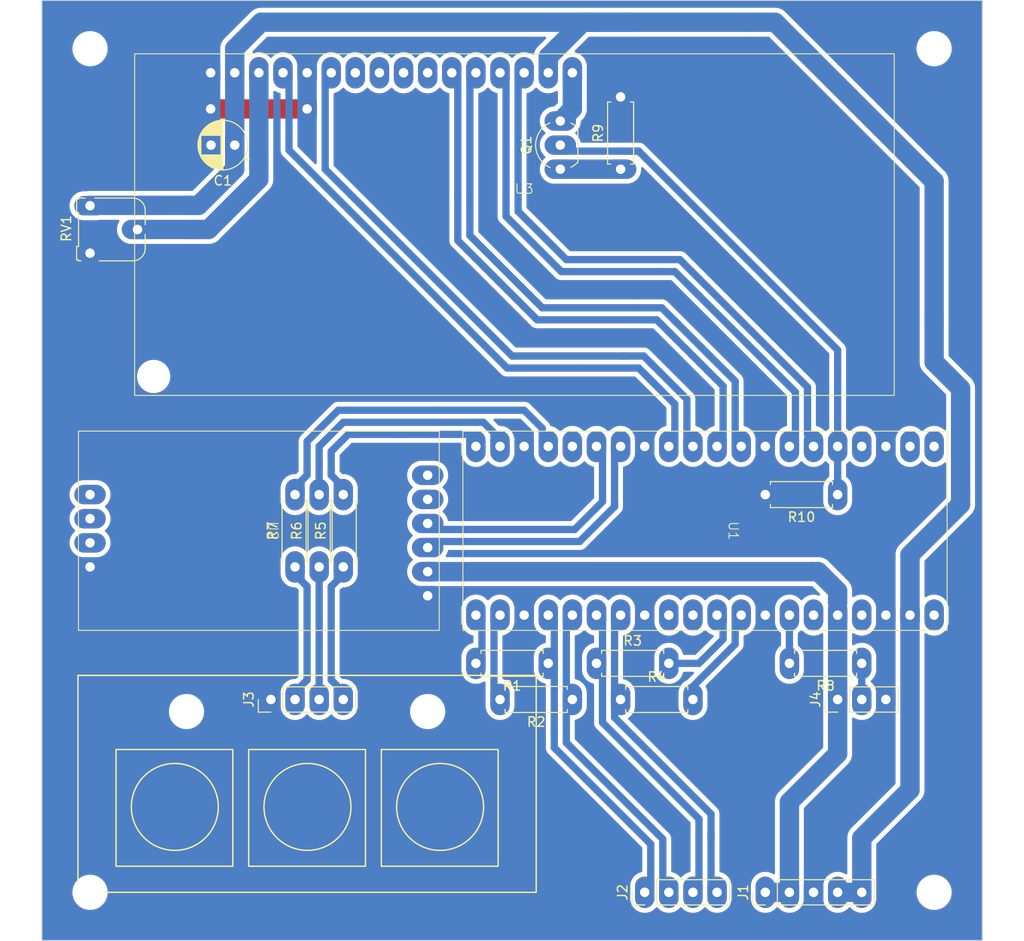
<source format=kicad_pcb>
(kicad_pcb (version 20221018) (generator pcbnew)
  (layers (0 "F.Cu" signal) (31 "B.Cu" signal) (34 "B.Paste" user) (35 "F.Paste" user) (36 "B.SilkS" user "B.Silkscreen") (37 "F.SilkS" user "F.Silkscreen") (38 "B.Mask" user) (39 "F.Mask" user) (44 "Edge.Cuts" user))
  (net 0 "")
  (net 1 "+3V3")
  (net 2 "GND")
  (net 3 "/MOTOR_A")
  (net 4 "/MOTOR_B")
  (net 5 "/MOTOR_A_PWM")
  (net 6 "/MOTOR_B_PWM")
  (net 7 "+5V")
  (net 8 "/WDT_EN")
  (net 9 "/DEBUG_A")
  (net 10 "/BUTTON_1")
  (net 11 "/DEBUG_B")
  (net 12 "/BUTTON_2")
  (net 13 "/BUTTON_3")
  (net 14 "/CON_POT")
  (net 17 "/LCD_D7")
  (net 18 "/LCD_D6")
  (net 19 "/LCD_D5")
  (net 20 "/LCD_D4")
  (net 21 "/LCD_E")
  (net 22 "/LCD_RS")
  (net 23 "/SDA")
  (net 24 "/SCL")
  (net 25 "/DEBUG_A_PWM")
  (net 26 "/DEBUG_B_PWM")
  (net 29 "Net-(J3-Pin_2)")
  (net 33 "Net-(J4-Pin_2)")
  (net 40 "Net-(J3-Pin_3)")
  (net 41 "Net-(Q1-S)")
  (net 42 "/LCD_BL")
  (net 43 "/LCD_K")
  (net 46 "Net-(J3-Pin_4)")
  (footprint "Capacitor_THT:CP_Radial_D5.0mm_P2.50mm" (layer "F.Cu") (at 45.72 39.37 180)
    (fp_text reference "C1" (at 1.25 -3.75) (layer "F.SilkS"))
    (fp_text value "4u7")
    (pad "1" thru_hole oval (at 0 0 270) (size 3.31 2.04) (drill 1) (layers "*.Cu" "*.Mask") (net 7 "+5V"))
    (pad "2" thru_hole oval (at 2.5 0 270) (size 3.31 2.04) (drill 1) (layers "*.Cu" "*.Mask") (net 2 "GND"))
  )
  (footprint "Resistor_THT:R_Axial_DIN0207_L6.3mm_D2.5mm_P7.62mm_Horizontal" (layer "F.Cu") (at 54.61 83.82 90)
    (fp_text reference "R6" (at 3.81 -2.37 90) (layer "F.SilkS"))
    (fp_text value "220R")
    (pad "1" thru_hole oval (at 0 0 90) (size 3.31 2.04) (drill 1) (layers "*.Cu" "*.Mask") (net 40 "Net-(J3-Pin_3)"))
    (pad "2" thru_hole oval (at 7.62 0 90) (size 3.31 2.04) (drill 1) (layers "*.Cu" "*.Mask") (net 12 "/BUTTON_2"))
  )
  (footprint "Resistor_THT:R_Axial_DIN0207_L6.3mm_D2.5mm_P7.62mm_Horizontal" (layer "F.Cu") (at 111.76 93.98 180)
    (fp_text reference "R8" (at 3.81 -2.37 180) (layer "F.SilkS"))
    (fp_text value "220R")
    (pad "1" thru_hole oval (at 0 0 270) (size 3.31 2.04) (drill 1) (layers "*.Cu" "*.Mask") (net 33 "Net-(J4-Pin_2)"))
    (pad "2" thru_hole oval (at 7.62 0 270) (size 3.31 2.04) (drill 1) (layers "*.Cu" "*.Mask") (net 8 "/WDT_EN"))
  )
  (footprint "MountingHole:MountingHole_3.2mm_M3" (layer "F.Cu") (at 30.48 29.21)
    (fp_text reference "REF**" hide)
    (fp_text value "MountingHole_3.2mm_M3")
    (pad "" np_thru_hole circle (at 0 0) (size 3.2 3.2) (drill 3.2) (layers "*.Cu" "*.Mask"))
  )
  (footprint "main:DS3231" (layer "F.Cu") (at 48.26 80.01 -90)
    (fp_text reference "U2" (at 0 -1.5 -90 unlocked) (layer "F.SilkS") (effects (font (thickness 0.1))))
    (fp_text value "DS3231")
    (pad "1" thru_hole oval (at -5.85 -17.78) (size 3.31 2.04) (drill 1) (layers "*.Cu" "*.Mask"))
    (pad "2" thru_hole oval (at -3.31 -17.78) (size 3.31 2.04) (drill 1) (layers "*.Cu" "*.Mask"))
    (pad "3" thru_hole oval (at -3.81 17.78) (size 3.31 2.04) (drill 1) (layers "*.Cu" "*.Mask") (net 24 "/SCL"))
    (pad "3" thru_hole oval (at -0.77 -17.78) (size 3.31 2.04) (drill 1) (layers "*.Cu" "*.Mask") (net 24 "/SCL"))
    (pad "4" thru_hole oval (at -1.27 17.78) (size 3.31 2.04) (drill 1) (layers "*.Cu" "*.Mask") (net 23 "/SDA"))
    (pad "4" thru_hole oval (at 1.77 -17.78) (size 3.31 2.04) (drill 1) (layers "*.Cu" "*.Mask") (net 23 "/SDA"))
    (pad "5" thru_hole oval (at 1.27 17.78) (size 3.31 2.04) (drill 1) (layers "*.Cu" "*.Mask") (net 1 "+3V3"))
    (pad "5" thru_hole oval (at 4.31 -17.78) (size 3.31 2.04) (drill 1) (layers "*.Cu" "*.Mask") (net 1 "+3V3"))
    (pad "6" thru_hole oval (at 3.81 17.78) (size 3.31 2.04) (drill 1) (layers "*.Cu" "*.Mask") (net 2 "GND"))
    (pad "6" thru_hole oval (at 6.85 -17.78) (size 3.31 2.04) (drill 1) (layers "*.Cu" "*.Mask") (net 2 "GND"))
  )
  (footprint "Connector_PinHeader_2.54mm:PinHeader_1x03_P2.54mm_Vertical" (layer "F.Cu") (at 109.22 97.79 90)
    (fp_text reference "J4" (at 0 -2.33 90) (layer "F.SilkS"))
    (fp_text value "Conn_01x03")
    (pad "1" thru_hole oval (at 0 0 90) (size 3.31 2.04) (drill 1) (layers "*.Cu" "*.Mask") (net 1 "+3V3"))
    (pad "2" thru_hole oval (at 0 2.54 90) (size 3.31 2.04) (drill 1) (layers "*.Cu" "*.Mask") (net 33 "Net-(J4-Pin_2)"))
    (pad "3" thru_hole oval (at 0 5.08 90) (size 3.31 2.04) (drill 1) (layers "*.Cu" "*.Mask") (net 2 "GND"))
  )
  (footprint "Potentiometer_THT:Potentiometer_Runtron_RM-065_Vertical" (layer "F.Cu") (at 30.48 50.76 90)
    (fp_text reference "RV1" (at 2.6 -2.5 90) (layer "F.SilkS"))
    (fp_text value "1K")
    (pad "1" thru_hole oval (at 0 0 180) (size 3.31 2.04) (drill 1) (layers "*.Cu" "*.Mask") (net 2 "GND"))
    (pad "2" thru_hole oval (at 2.5 5 180) (size 3.31 2.04) (drill 1) (layers "*.Cu" "*.Mask") (net 14 "/CON_POT"))
    (pad "3" thru_hole oval (at 5 0 180) (size 3.31 2.04) (drill 1) (layers "*.Cu" "*.Mask") (net 7 "+5V"))
  )
  (footprint "Resistor_THT:R_Axial_DIN0207_L6.3mm_D2.5mm_P7.62mm_Horizontal" (layer "F.Cu") (at 83.82 93.98)
    (fp_text reference "R3" (at 3.81 -2.37) (layer "F.SilkS"))
    (fp_text value "220R")
    (pad "1" thru_hole oval (at 0 0 90) (size 3.31 2.04) (drill 1) (layers "*.Cu" "*.Mask") (net 5 "/MOTOR_A_PWM"))
    (pad "2" thru_hole oval (at 7.62 0 90) (size 3.31 2.04) (drill 1) (layers "*.Cu" "*.Mask") (net 25 "/DEBUG_A_PWM"))
  )
  (footprint "Resistor_THT:R_Axial_DIN0207_L6.3mm_D2.5mm_P7.62mm_Horizontal" (layer "F.Cu") (at 57.15 83.82 90)
    (fp_text reference "R5" (at 3.81 -2.37 90) (layer "F.SilkS"))
    (fp_text value "220R")
    (pad "1" thru_hole oval (at 0 0 90) (size 3.31 2.04) (drill 1) (layers "*.Cu" "*.Mask") (net 46 "Net-(J3-Pin_4)"))
    (pad "2" thru_hole oval (at 7.62 0 90) (size 3.31 2.04) (drill 1) (layers "*.Cu" "*.Mask") (net 13 "/BUTTON_3"))
  )
  (footprint "Resistor_THT:R_Axial_DIN0207_L6.3mm_D2.5mm_P7.62mm_Horizontal" (layer "F.Cu") (at 52.07 83.82 90)
    (fp_text reference "R7" (at 3.81 -2.37 90) (layer "F.SilkS"))
    (fp_text value "220R")
    (pad "1" thru_hole oval (at 0 0 90) (size 3.31 2.04) (drill 1) (layers "*.Cu" "*.Mask") (net 29 "Net-(J3-Pin_2)"))
    (pad "2" thru_hole oval (at 7.62 0 90) (size 3.31 2.04) (drill 1) (layers "*.Cu" "*.Mask") (net 10 "/BUTTON_1"))
  )
  (footprint "" (layer "F.Cu") (at 53.34 35.56 90)
    (fp_text reference "" (at 0 0 90) (layer "F.SilkS") (effects (font (size 1.27 1.27))))
    (fp_text value "" (at 0 0 90) (layer "F.SilkS") (effects (font (size 1.27 1.27))))
    (pad "1" thru_hole oval (at 0 0 90) (size 3.31 2.04) (drill 1) (layers "*.Cu" "*.Mask") (net 2 "GND"))
  )
  (footprint "MountingHole:MountingHole_3.2mm_M3" (layer "F.Cu") (at 40.64 99.06)
    (fp_text reference "REF**" hide)
    (fp_text value "MountingHole_3.2mm_M3")
    (pad "" np_thru_hole circle (at 0 0) (size 3.2 3.2) (drill 3.2) (layers "F&B.Cu" "*.Mask"))
  )
  (footprint "main:Raspberry_Pi_Pico" (layer "F.Cu") (at 95.25 80.01 -90)
    (fp_text reference "U1" (at 0 -3 -90 unlocked) (layer "F.SilkS") (effects (font (thickness 0.1))))
    (fp_text value "Raspberry_Pi_Pico")
    (pad "1" thru_hole oval (at -8.89 -24.13 270) (size 3.31 2.04) (drill 1) (layers "*.Cu" "*.Mask"))
    (pad "2" thru_hole oval (at -8.89 -21.59 270) (size 3.31 2.04) (drill 1) (layers "*.Cu" "*.Mask"))
    (pad "3" thru_hole oval (at -8.89 -19.05 270) (size 3.31 2.04) (drill 1) (layers "*.Cu" "*.Mask") (net 2 "GND"))
    (pad "4" thru_hole oval (at -8.89 -16.51 270) (size 3.31 2.04) (drill 1) (layers "*.Cu" "*.Mask"))
    (pad "5" thru_hole oval (at -8.89 -13.97 270) (size 3.31 2.04) (drill 1) (layers "*.Cu" "*.Mask") (net 42 "/LCD_BL"))
    (pad "6" thru_hole oval (at -8.89 -11.43 270) (size 3.31 2.04) (drill 1) (layers "*.Cu" "*.Mask") (net 17 "/LCD_D7"))
    (pad "7" thru_hole oval (at -8.89 -8.89 270) (size 3.31 2.04) (drill 1) (layers "*.Cu" "*.Mask") (net 18 "/LCD_D6"))
    (pad "8" thru_hole oval (at -8.89 -6.35 270) (size 3.31 2.04) (drill 1) (layers "*.Cu" "*.Mask") (net 2 "GND"))
    (pad "9" thru_hole oval (at -8.89 -3.81 270) (size 3.31 2.04) (drill 1) (layers "*.Cu" "*.Mask") (net 19 "/LCD_D5"))
    (pad "10" thru_hole oval (at -8.89 -1.27 270) (size 3.31 2.04) (drill 1) (layers "*.Cu" "*.Mask") (net 20 "/LCD_D4"))
    (pad "11" thru_hole oval (at -8.89 1.27 270) (size 3.31 2.04) (drill 1) (layers "*.Cu" "*.Mask") (net 21 "/LCD_E"))
    (pad "12" thru_hole oval (at -8.89 3.81 270) (size 3.31 2.04) (drill 1) (layers "*.Cu" "*.Mask") (net 22 "/LCD_RS"))
    (pad "13" thru_hole oval (at -8.89 6.35 270) (size 3.31 2.04) (drill 1) (layers "*.Cu" "*.Mask") (net 2 "GND"))
    (pad "14" thru_hole oval (at -8.89 8.89 270) (size 3.31 2.04) (drill 1) (layers "*.Cu" "*.Mask") (net 23 "/SDA"))
    (pad "15" thru_hole oval (at -8.89 11.43 270) (size 3.31 2.04) (drill 1) (layers "*.Cu" "*.Mask") (net 24 "/SCL"))
    (pad "16" thru_hole oval (at -8.89 13.97 270) (size 3.31 2.04) (drill 1) (layers "*.Cu" "*.Mask"))
    (pad "17" thru_hole oval (at -8.89 16.51 270) (size 3.31 2.04) (drill 1) (layers "*.Cu" "*.Mask") (net 10 "/BUTTON_1"))
    (pad "18" thru_hole oval (at -8.89 19.05 270) (size 3.31 2.04) (drill 1) (layers "*.Cu" "*.Mask") (net 2 "GND"))
    (pad "19" thru_hole oval (at -8.89 21.59 270) (size 3.31 2.04) (drill 1) (layers "*.Cu" "*.Mask") (net 12 "/BUTTON_2"))
    (pad "20" thru_hole oval (at -8.89 24.13 270) (size 3.31 2.04) (drill 1) (layers "*.Cu" "*.Mask") (net 13 "/BUTTON_3"))
    (pad "21" thru_hole oval (at 8.89 24.13 270) (size 3.31 2.04) (drill 1) (layers "*.Cu" "*.Mask") (net 9 "/DEBUG_A"))
    (pad "22" thru_hole oval (at 8.89 21.59 270) (size 3.31 2.04) (drill 1) (layers "*.Cu" "*.Mask") (net 11 "/DEBUG_B"))
    (pad "23" thru_hole oval (at 8.89 19.05 270) (size 3.31 2.04) (drill 1) (layers "*.Cu" "*.Mask") (net 2 "GND"))
    (pad "24" thru_hole oval (at 8.89 16.51 270) (size 3.31 2.04) (drill 1) (layers "*.Cu" "*.Mask") (net 3 "/MOTOR_A"))
    (pad "25" thru_hole oval (at 8.89 13.97 270) (size 3.31 2.04) (drill 1) (layers "*.Cu" "*.Mask") (net 4 "/MOTOR_B"))
    (pad "26" thru_hole oval (at 8.89 11.43 270) (size 3.31 2.04) (drill 1) (layers "*.Cu" "*.Mask") (net 5 "/MOTOR_A_PWM"))
    (pad "27" thru_hole oval (at 8.89 8.89 270) (size 3.31 2.04) (drill 1) (layers "*.Cu" "*.Mask") (net 6 "/MOTOR_B_PWM"))
    (pad "28" thru_hole oval (at 8.89 6.35 270) (size 3.31 2.04) (drill 1) (layers "*.Cu" "*.Mask") (net 2 "GND"))
    (pad "29" thru_hole oval (at 8.89 3.81 270) (size 3.31 2.04) (drill 1) (layers "*.Cu" "*.Mask"))
    (pad "30" thru_hole oval (at 8.89 1.27 270) (size 3.31 2.04) (drill 1) (layers "*.Cu" "*.Mask"))
    (pad "31" thru_hole oval (at 8.89 -1.27 270) (size 3.31 2.04) (drill 1) (layers "*.Cu" "*.Mask") (net 25 "/DEBUG_A_PWM"))
    (pad "32" thru_hole oval (at 8.89 -3.81 270) (size 3.31 2.04) (drill 1) (layers "*.Cu" "*.Mask") (net 26 "/DEBUG_B_PWM"))
    (pad "33" thru_hole oval (at 8.89 -6.35 270) (size 3.31 2.04) (drill 1) (layers "*.Cu" "*.Mask") (net 2 "GND"))
    (pad "34" thru_hole oval (at 8.89 -8.89 270) (size 3.31 2.04) (drill 1) (layers "*.Cu" "*.Mask") (net 8 "/WDT_EN"))
    (pad "35" thru_hole oval (at 8.89 -11.43 270) (size 3.31 2.04) (drill 1) (layers "*.Cu" "*.Mask"))
    (pad "36" thru_hole oval (at 8.89 -13.97 270) (size 3.31 2.04) (drill 1) (layers "*.Cu" "*.Mask") (net 1 "+3V3"))
    (pad "37" thru_hole oval (at 8.89 -16.51 270) (size 3.31 2.04) (drill 1) (layers "*.Cu" "*.Mask"))
    (pad "38" thru_hole oval (at 8.89 -19.05 270) (size 3.31 2.04) (drill 1) (layers "*.Cu" "*.Mask") (net 2 "GND"))
    (pad "39" thru_hole oval (at 8.89 -21.59 270) (size 3.31 2.04) (drill 1) (layers "*.Cu" "*.Mask") (net 7 "+5V"))
    (pad "40" thru_hole oval (at 8.89 -24.13 270) (size 3.31 2.04) (drill 1) (layers "*.Cu" "*.Mask"))
  )
  (footprint "Package_TO_SOT_THT:TO-92_Inline_Wide" (layer "F.Cu") (at 80.01 41.91 90)
    (fp_text reference "Q1" (at 2.54 -3.56 90) (layer "F.SilkS"))
    (fp_text value "2N7000")
    (pad "1" thru_hole oval (at 0 0 180) (size 3.31 2.04) (drill 1) (layers "*.Cu" "*.Mask") (net 41 "Net-(Q1-S)"))
    (pad "2" thru_hole oval (at 2.54 0 180) (size 3.31 2.04) (drill 1) (layers "*.Cu" "*.Mask") (net 42 "/LCD_BL"))
    (pad "3" thru_hole oval (at 5.08 0 180) (size 3.31 2.04) (drill 1) (layers "*.Cu" "*.Mask") (net 43 "/LCD_K"))
  )
  (footprint "Resistor_THT:R_Axial_DIN0207_L6.3mm_D2.5mm_P7.62mm_Horizontal" (layer "F.Cu") (at 109.22 76.2 180)
    (fp_text reference "R10" (at 3.81 -2.37) (layer "F.SilkS"))
    (fp_text value "10K")
    (pad "1" thru_hole oval (at 0 0 270) (size 3.31 2.04) (drill 1) (layers "*.Cu" "*.Mask") (net 42 "/LCD_BL"))
    (pad "2" thru_hole oval (at 7.62 0 270) (size 3.31 2.04) (drill 1) (layers "*.Cu" "*.Mask") (net 2 "GND"))
  )
  (footprint "Connector_PinHeader_2.54mm:PinHeader_1x04_P2.54mm_Vertical" (layer "F.Cu") (at 49.53 97.79 90)
    (fp_text reference "J3" (at 0 -2.33 90) (layer "F.SilkS"))
    (fp_text value "Conn_01x04")
    (pad "1" thru_hole oval (at 0 0 90) (size 3.31 2.04) (drill 1) (layers "*.Cu" "*.Mask") (net 2 "GND"))
    (pad "2" thru_hole oval (at 0 2.54 90) (size 3.31 2.04) (drill 1) (layers "*.Cu" "*.Mask") (net 29 "Net-(J3-Pin_2)"))
    (pad "3" thru_hole oval (at 0 5.08 90) (size 3.31 2.04) (drill 1) (layers "*.Cu" "*.Mask") (net 40 "Net-(J3-Pin_3)"))
    (pad "4" thru_hole oval (at 0 7.62 90) (size 3.31 2.04) (drill 1) (layers "*.Cu" "*.Mask") (net 46 "Net-(J3-Pin_4)"))
  )
  (footprint "Connector_PinHeader_2.54mm:PinHeader_1x05_P2.54mm_Vertical" (layer "F.Cu") (at 101.6 118.11 90)
    (fp_text reference "J1" (at 0 -2.33 90) (layer "F.SilkS"))
    (fp_text value "Conn_01x05")
    (pad "1" thru_hole oval (at 0 0 90) (size 3.31 2.04) (drill 1) (layers "*.Cu" "*.Mask") (net 1 "+3V3"))
    (pad "2" thru_hole oval (at 0 2.54 90) (size 3.31 2.04) (drill 1) (layers "*.Cu" "*.Mask") (net 1 "+3V3"))
    (pad "3" thru_hole oval (at 0 5.08 90) (size 3.31 2.04) (drill 1) (layers "*.Cu" "*.Mask") (net 2 "GND"))
    (pad "4" thru_hole oval (at 0 7.62 90) (size 3.31 2.04) (drill 1) (layers "*.Cu" "*.Mask") (net 7 "+5V"))
    (pad "5" thru_hole oval (at 0 10.16 90) (size 3.31 2.04) (drill 1) (layers "*.Cu" "*.Mask") (net 7 "+5V"))
  )
  (footprint "Resistor_THT:R_Axial_DIN0207_L6.3mm_D2.5mm_P7.62mm_Horizontal" (layer "F.Cu") (at 86.36 41.91 90)
    (fp_text reference "R9" (at 3.81 -2.37 90) (layer "F.SilkS"))
    (fp_text value "220R")
    (pad "1" thru_hole oval (at 0 0 180) (size 3.31 2.04) (drill 1) (layers "*.Cu" "*.Mask") (net 41 "Net-(Q1-S)"))
    (pad "2" thru_hole oval (at 7.62 0 180) (size 3.31 2.04) (drill 1) (layers "*.Cu" "*.Mask") (net 2 "GND"))
  )
  (footprint "Resistor_THT:R_Axial_DIN0207_L6.3mm_D2.5mm_P7.62mm_Horizontal" (layer "F.Cu") (at 81.28 97.79 180)
    (fp_text reference "R2" (at 3.81 -2.37) (layer "F.SilkS"))
    (fp_text value "220R")
    (pad "1" thru_hole oval (at 0 0 270) (size 3.31 2.04) (drill 1) (layers "*.Cu" "*.Mask") (net 4 "/MOTOR_B"))
    (pad "2" thru_hole oval (at 7.62 0 270) (size 3.31 2.04) (drill 1) (layers "*.Cu" "*.Mask") (net 11 "/DEBUG_B"))
  )
  (footprint "Resistor_THT:R_Axial_DIN0207_L6.3mm_D2.5mm_P7.62mm_Horizontal" (layer "F.Cu") (at 78.74 93.98 180)
    (fp_text reference "R1" (at 3.81 -2.37) (layer "F.SilkS"))
    (fp_text value "220R")
    (pad "1" thru_hole oval (at 0 0 270) (size 3.31 2.04) (drill 1) (layers "*.Cu" "*.Mask") (net 3 "/MOTOR_A"))
    (pad "2" thru_hole oval (at 7.62 0 270) (size 3.31 2.04) (drill 1) (layers "*.Cu" "*.Mask") (net 9 "/DEBUG_A"))
  )
  (footprint "" (layer "F.Cu") (at 43.18 35.56 90)
    (fp_text reference "" (at 0 0 90) (layer "F.SilkS") (effects (font (size 1.27 1.27))))
    (fp_text value "" (at 0 0 90) (layer "F.SilkS") (effects (font (size 1.27 1.27))))
    (pad "1" thru_hole oval (at 0 0 90) (size 3.31 2.04) (drill 1) (layers "*.Cu" "*.Mask") (net 2 "GND"))
  )
  (footprint "Resistor_THT:R_Axial_DIN0207_L6.3mm_D2.5mm_P7.62mm_Horizontal" (layer "F.Cu") (at 86.36 97.79)
    (fp_text reference "R4" (at 3.81 -2.37) (layer "F.SilkS"))
    (fp_text value "220R")
    (pad "1" thru_hole oval (at 0 0 90) (size 3.31 2.04) (drill 1) (layers "*.Cu" "*.Mask") (net 6 "/MOTOR_B_PWM"))
    (pad "2" thru_hole oval (at 7.62 0 90) (size 3.31 2.04) (drill 1) (layers "*.Cu" "*.Mask") (net 26 "/DEBUG_B_PWM"))
  )
  (footprint "MountingHole:MountingHole_3.2mm_M3" (layer "F.Cu") (at 30.48 118.11)
    (fp_text reference "REF**" hide)
    (fp_text value "MountingHole_3.2mm_M3")
    (pad "" np_thru_hole circle (at 0 0) (size 3.2 3.2) (drill 3.2) (layers "F&B.Cu" "*.Mask"))
  )
  (footprint "MountingHole:MountingHole_3.2mm_M3" (layer "F.Cu") (at 66.04 99.06)
    (fp_text reference "REF**" hide)
    (fp_text value "MountingHole_3.2mm_M3")
    (pad "" np_thru_hole circle (at 0 0) (size 3.2 3.2) (drill 3.2) (layers "F&B.Cu" "*.Mask"))
  )
  (footprint "MountingHole:MountingHole_3.2mm_M3" (layer "F.Cu") (at 119.38 118.11)
    (fp_text reference "REF**" hide)
    (fp_text value "MountingHole_3.2mm_M3")
    (pad "" np_thru_hole circle (at 0 0) (size 3.2 3.2) (drill 3.2) (layers "F&B.Cu" "*.Mask"))
  )
  (footprint "MountingHole:MountingHole_3.2mm_M3" (layer "F.Cu") (at 119.38 29.21)
    (fp_text reference "REF**" hide)
    (fp_text value "MountingHole_3.2mm_M3")
    (pad "" np_thru_hole circle (at 0 0) (size 3.2 3.2) (drill 3.2) (layers "F&B.Cu" "*.Mask"))
  )
  (footprint "main:HD44780" (layer "F.Cu") (at 76.2 46.99)
    (fp_text reference "U3" (at 0 -3 unlocked) (layer "F.SilkS") (effects (font (thickness 0.1))))
    (fp_text value "HD44780")
    (pad "" np_thru_hole circle (at -39.02 16.76) (size 3 3) (drill 3) (layers "F&B.Cu" "*.Mask"))
    (pad "1" thru_hole oval (at -33.02 -15.24 90) (size 3.31 2.04) (drill 1) (layers "*.Cu" "*.Mask") (net 2 "GND"))
    (pad "2" thru_hole oval (at -30.48 -15.24 90) (size 3.31 2.04) (drill 1) (layers "*.Cu" "*.Mask") (net 7 "+5V"))
    (pad "3" thru_hole oval (at -27.94 -15.24 90) (size 3.31 2.04) (drill 1) (layers "*.Cu" "*.Mask") (net 14 "/CON_POT"))
    (pad "4" thru_hole oval (at -25.4 -15.24 90) (size 3.31 2.04) (drill 1) (layers "*.Cu" "*.Mask") (net 22 "/LCD_RS"))
    (pad "5" thru_hole oval (at -22.86 -15.24 90) (size 3.31 2.04) (drill 1) (layers "*.Cu" "*.Mask") (net 2 "GND"))
    (pad "6" thru_hole oval (at -20.32 -15.24 90) (size 3.31 2.04) (drill 1) (layers "*.Cu" "*.Mask") (net 21 "/LCD_E"))
    (pad "7" thru_hole oval (at -17.78 -15.24 90) (size 3.31 2.04) (drill 1) (layers "*.Cu" "*.Mask"))
    (pad "8" thru_hole oval (at -15.24 -15.24 90) (size 3.31 2.04) (drill 1) (layers "*.Cu" "*.Mask"))
    (pad "9" thru_hole oval (at -12.7 -15.24 90) (size 3.31 2.04) (drill 1) (layers "*.Cu" "*.Mask"))
    (pad "10" thru_hole oval (at -10.16 -15.24 90) (size 3.31 2.04) (drill 1) (layers "*.Cu" "*.Mask"))
    (pad "11" thru_hole oval (at -7.62 -15.24 90) (size 3.31 2.04) (drill 1) (layers "*.Cu" "*.Mask") (net 20 "/LCD_D4"))
    (pad "12" thru_hole oval (at -5.08 -15.24 90) (size 3.31 2.04) (drill 1) (layers "*.Cu" "*.Mask") (net 19 "/LCD_D5"))
    (pad "13" thru_hole oval (at -2.54 -15.24 90) (size 3.31 2.04) (drill 1) (layers "*.Cu" "*.Mask") (net 18 "/LCD_D6"))
    (pad "14" thru_hole oval (at 0 -15.24 90) (size 3.31 2.04) (drill 1) (layers "*.Cu" "*.Mask") (net 17 "/LCD_D7"))
    (pad "15" thru_hole oval (at 2.54 -15.24 90) (size 3.31 2.04) (drill 1) (layers "*.Cu" "*.Mask") (net 7 "+5V"))
    (pad "16" thru_hole oval (at 5.08 -15.24 90) (size 3.31 2.04) (drill 1) (layers "*.Cu" "*.Mask") (net 43 "/LCD_K"))
  )
  (footprint "Connector_PinHeader_2.54mm:PinHeader_1x04_P2.54mm_Vertical" (layer "F.Cu") (at 88.9 118.11 90)
    (fp_text reference "J2" (at 0 -2.33 90) (layer "F.SilkS"))
    (fp_text value "Conn_01x04")
    (pad "1" thru_hole oval (at 0 0 90) (size 3.31 2.04) (drill 1) (layers "*.Cu" "*.Mask") (net 3 "/MOTOR_A"))
    (pad "2" thru_hole oval (at 0 2.54 90) (size 3.31 2.04) (drill 1) (layers "*.Cu" "*.Mask") (net 4 "/MOTOR_B"))
    (pad "3" thru_hole oval (at 0 5.08 90) (size 3.31 2.04) (drill 1) (layers "*.Cu" "*.Mask") (net 5 "/MOTOR_A_PWM"))
    (pad "4" thru_hole oval (at 0 7.62 90) (size 3.31 2.04) (drill 1) (layers "*.Cu" "*.Mask") (net 6 "/MOTOR_B_PWM"))
  )
  (gr_rect (start 61.16 103.06) (end 73.46 115.36) (stroke (width 0.15)) (fill none) (layer "F.SilkS"))
  (gr_rect (start 47.19 103.06) (end 59.49 115.36) (stroke (width 0.15)) (fill none) (layer "F.SilkS"))
  (gr_rect (start 33.22 103.06) (end 45.52 115.36) (stroke (width 0.15)) (fill none) (layer "F.SilkS"))
  (gr_rect (start 29.21 95.25) (end 77.47 118.11) (stroke (width 0.15)) (fill none) (layer "F.SilkS"))
  (gr_circle (center 39.41 109.11) (end 43.98905 109.11) (stroke (width 0.15)) (fill none) (layer "F.SilkS"))
  (gr_circle (center 67.35 109.11) (end 71.92905 109.11) (stroke (width 0.15)) (fill none) (layer "F.SilkS"))
  (gr_circle (center 53.38 109.11) (end 57.95905 109.11) (stroke (width 0.15)) (fill none) (layer "F.SilkS"))
  (gr_rect (start 25.4 24.13) (end 124.46 123.19) (stroke (width 0.1)) (fill none) (layer "Edge.Cuts"))
  (segment (start 108.585 104.14) (end 109.22 103.505) (width 2.04) (layer "B.Cu") (net 1))
  (segment (start 107.18 84.32) (end 109.22 86.36) (width 2.04) (layer "B.Cu") (net 1))
  (segment (start 104.14 118.11) (end 104.14 108.585) (width 2.04) (layer "B.Cu") (net 1))
  (segment (start 106.545 84.32) (end 107.18 84.32) (width 2.04) (layer "B.Cu") (net 1))
  (segment (start 101.6 118.11) (end 104.14 118.11) (width 2.04) (layer "B.Cu") (net 1))
  (segment (start 66.04 84.32) (end 106.545 84.32) (width 2.04) (layer "B.Cu") (net 1))
  (segment (start 109.22 103.505) (end 109.22 96.52) (width 2.04) (layer "B.Cu") (net 1))
  (segment (start 109.22 86.36) (end 109.22 87.63) (width 2.04) (layer "B.Cu") (net 1))
  (segment (start 109.22 96.52) (end 109.22 88.9) (width 2.04) (layer "B.Cu") (net 1))
  (segment (start 104.14 108.585) (end 108.585 104.14) (width 2.04) (layer "B.Cu") (net 1))
  (segment (start 43.18 35.56) (end 53.34 35.56) (width 2.04) (layer "F.Cu") (net 2))
  (segment (start 78.74 88.9) (end 79.375 88.9) (width 0.77) (layer "B.Cu") (net 3))
  (segment (start 89.535 116.205) (end 89.535 117.475) (width 0.77) (layer "B.Cu") (net 3))
  (segment (start 89.535 113.03) (end 89.535 116.205) (width 0.77) (layer "B.Cu") (net 3))
  (segment (start 78.74 88.9) (end 79.375 89.535) (width 0.77) (layer "B.Cu") (net 3))
  (segment (start 88.9 118.11) (end 89.535 117.475) (width 0.77) (layer "B.Cu") (net 3))
  (segment (start 79.375 102.87) (end 89.535 113.03) (width 0.77) (layer "B.Cu") (net 3))
  (segment (start 79.375 100.965) (end 79.375 102.87) (width 0.77) (layer "B.Cu") (net 3))
  (segment (start 79.375 88.9) (end 79.375 100.965) (width 0.77) (layer "B.Cu") (net 3))
  (segment (start 89.535 117.475) (end 89.535 116.84) (width 0.77) (layer "B.Cu") (net 3))
  (segment (start 90.805 117.475) (end 90.805 116.948948) (width 0.77) (layer "B.Cu") (net 4))
  (segment (start 90.805 112.503949) (end 90.805 116.84) (width 0.77) (layer "B.Cu") (net 4))
  (segment (start 81.28 88.9) (end 80.645 88.9) (width 0.77) (layer "B.Cu") (net 4))
  (segment (start 91.44 118.11) (end 90.805 117.475) (width 0.77) (layer "B.Cu") (net 4))
  (segment (start 80.645 100.438948) (end 80.645 102.343948) (width 0.77) (layer "B.Cu") (net 4))
  (segment (start 80.645 99.06) (end 80.645 100.438948) (width 0.77) (layer "B.Cu") (net 4))
  (segment (start 80.645 88.9) (end 80.645 98.425) (width 0.77) (layer "B.Cu") (net 4))
  (segment (start 80.645 98.425) (end 80.645 99.06) (width 0.77) (layer "B.Cu") (net 4))
  (segment (start 81.225526 102.924474) (end 90.805 112.503949) (width 0.77) (layer "B.Cu") (net 4))
  (segment (start 80.645 102.343948) (end 81.225526 102.924474) (width 0.77) (layer "B.Cu") (net 4))
  (segment (start 84.455 100.221052) (end 84.455 88.9) (width 0.77) (layer "B.Cu") (net 5))
  (segment (start 94.615 117.475) (end 94.615 112.395) (width 0.77) (layer "B.Cu") (net 5))
  (segment (start 94.615 110.381052) (end 92.446974 108.213026) (width 0.77) (layer "B.Cu") (net 5))
  (segment (start 93.98 118.11) (end 94.615 117.475) (width 0.77) (layer "B.Cu") (net 5))
  (segment (start 92.446974 108.213026) (end 84.455 100.221052) (width 0.77) (layer "B.Cu") (net 5))
  (segment (start 83.82 88.9) (end 84.455 88.9) (width 0.77) (layer "B.Cu") (net 5))
  (segment (start 94.615 112.395) (end 94.615 110.49) (width 0.77) (layer "B.Cu") (net 5))
  (segment (start 94.615 110.49) (end 94.615 110.381052) (width 0.77) (layer "B.Cu") (net 5))
  (segment (start 96.52 118.11) (end 95.885 117.475) (width 0.77) (layer "B.Cu") (net 6))
  (segment (start 86.36 88.9) (end 85.725 88.9) (width 0.77) (layer "B.Cu") (net 6))
  (segment (start 95.885 116.84) (end 95.885 118.11) (width 0.77) (layer "B.Cu") (net 6))
  (segment (start 95.885 111.868949) (end 95.885 116.84) (width 0.77) (layer "B.Cu") (net 6))
  (segment (start 85.725 88.9) (end 85.725 99.695) (width 0.77) (layer "B.Cu") (net 6))
  (segment (start 85.725 99.695) (end 95.885 109.855) (width 0.77) (layer "B.Cu") (net 6))
  (segment (start 95.885 109.855) (end 95.885 112.395) (width 0.77) (layer "B.Cu") (net 6))
  (segment (start 45.72 31.75) (end 45.72 40.64) (width 2.04) (layer "B.Cu") (net 7))
  (segment (start 40.64 45.72) (end 41.91 45.72) (width 2.04) (layer "B.Cu") (net 7))
  (segment (start 104.14 27.94) (end 105.41 29.21) (width 2.04) (layer "B.Cu") (net 7))
  (segment (start 104.14 27.94) (end 102.87 26.67) (width 2.04) (layer "B.Cu") (net 7))
  (segment (start 102.62 26.42) (end 102.87 26.67) (width 2.04) (layer "B.Cu") (net 7))
  (segment (start 45.72 41.91) (end 45.72 40.64) (width 2.04) (layer "B.Cu") (net 7))
  (segment (start 80.01 26.42) (end 48.51 26.42) (width 2.04) (layer "B.Cu") (net 7))
  (segment (start 45.72 29.845) (end 45.72 29.21) (width 2.04) (layer "B.Cu") (net 7))
  (segment (start 116.84 82.55) (end 116.84 88.9) (width 2.04) (layer "B.Cu") (net 7))
  (segment (start 78.74 30.062898) (end 79.801449 29.001449) (width 2.04) (layer "B.Cu") (net 7))
  (segment (start 119.38 57.785) (end 119.38 43.18) (width 2.04) (layer "B.Cu") (net 7))
  (segment (start 87.63 26.42) (end 82.382898 26.42) (width 2.04) (layer "B.Cu") (net 7))
  (segment (start 122.17 76.2) (end 122.17 77.22) (width 2.04) (layer "B.Cu") (net 7))
  (segment (start 100.08 26.42) (end 102.62 26.42) (width 2.04) (layer "B.Cu") (net 7))
  (segment (start 78.74 31.75) (end 78.74 30.48) (width 2.04) (layer "B.Cu") (net 7))
  (segment (start 82.165 26.42) (end 84.07 26.42) (width 2.04) (layer "B.Cu") (net 7))
  (segment (start 116.84 88.9) (end 116.84 107.315) (width 2.04) (layer "B.Cu") (net 7))
  (segment (start 122.17 65.02) (end 122.17 66.04) (width 2.04) (layer "B.Cu") (net 7))
  (segment (start 116.84 107.315) (end 115.57 108.585) (width 2.04) (layer "B.Cu") (net 7))
  (segment (start 119.38 62.23) (end 119.38 57.785) (width 2.04) (layer "B.Cu") (net 7))
  (segment (start 87.63 26.42) (end 80.01 26.42) (width 2.04) (layer "B.Cu") (net 7))
  (segment (start 119.38 43.18) (end 118.11 41.91) (width 2.04) (layer "B.Cu") (net 7))
  (segment (start 111.76 118.11) (end 111.76 112.395) (width 2.04) (layer "B.Cu") (net 7))
  (segment (start 122.17 66.04) (end 122.17 76.2) (width 2.04) (layer "B.Cu") (net 7))
  (segment (start 82.382898 26.42) (end 78.74 30.062898) (width 2.04) (layer "B.Cu") (net 7))
  (segment (start 41.91 45.72) (end 45.72 41.91) (width 2.04) (layer "B.Cu") (net 7))
  (segment (start 45.72 29.845) (end 45.72 31.115) (width 2.04) (layer "B.Cu") (net 7))
  (segment (start 119.38 80.01) (end 116.84 82.55) (width 2.04) (layer "B.Cu") (net 7))
  (segment (start 48.51 26.42) (end 45.72 29.21) (width 2.04) (layer "B.Cu") (net 7))
  (segment (start 115.57 108.585) (end 111.76 112.395) (width 2.04) (layer "B.Cu") (net 7))
  (segment (start 100.08 26.42) (end 87.63 26.42) (width 2.04) (layer "B.Cu") (net 7))
  (segment (start 120.65 63.5) (end 122.17 65.02) (width 2.04) (layer "B.Cu") (net 7))
  (segment (start 109.22 33.02) (end 110.49 34.29) (width 2.04) (layer "B.Cu") (net 7))
  (segment (start 109.22 118.11) (end 111.76 118.11) (width 2.04) (layer "B.Cu") (net 7))
  (segment (start 105.41 29.21) (end 109.22 33.02) (width 2.04) (layer "B.Cu") (net 7))
  (segment (start 78.74 31.75) (end 78.74 30.062898) (width 2.04) (layer "B.Cu") (net 7))
  (segment (start 40.64 45.72) (end 30.48 45.72) (width 2.04) (layer "B.Cu") (net 7))
  (segment (start 120.65 63.5) (end 119.38 62.23) (width 2.04) (layer "B.Cu") (net 7))
  (segment (start 110.49 34.29) (end 118.11 41.91) (width 2.04) (layer "B.Cu") (net 7))
  (segment (start 105.41 29.21) (end 106.68 30.48) (width 2.04) (layer "B.Cu") (net 7))
  (segment (start 122.17 77.22) (end 119.38 80.01) (width 2.04) (layer "B.Cu") (net 7))
  (segment (start 104.14 88.9) (end 104.14 93.98) (width 0.77) (layer "B.Cu") (net 8))
  (segment (start 71.755 90.17) (end 71.755 93.98) (width 0.77) (layer "B.Cu") (net 9))
  (segment (start 71.755 89.535) (end 71.755 90.17) (width 0.77) (layer "B.Cu") (net 9))
  (segment (start 71.12 88.9) (end 71.755 89.535) (width 0.77) (layer "B.Cu") (net 9))
  (segment (start 52.945461 74.535462) (end 52.705 74.775923) (width 0.77) (layer "B.Cu") (net 10))
  (segment (start 78.105 70.485) (end 78.105 69.215) (width 0.77) (layer "B.Cu") (net 10))
  (segment (start 52.705 74.775923) (end 52.705 76.2) (width 0.77) (layer "B.Cu") (net 10))
  (segment (start 78.105 69.215) (end 76.2 67.31) (width 0.77) (layer "B.Cu") (net 10))
  (segment (start 53.34 74.140923) (end 52.945461 74.535462) (width 0.77) (layer "B.Cu") (net 10))
  (segment (start 53.34 71.12) (end 53.34 70.593948) (width 0.77) (layer "B.Cu") (net 10))
  (segment (start 57.676052 67.31) (end 66.675 67.31) (width 0.77) (layer "B.Cu") (net 10))
  (segment (start 76.2 67.31) (end 67.31 67.31) (width 0.77) (layer "B.Cu") (net 10))
  (segment (start 53.34 70.593948) (end 54.664474 69.269474) (width 0.77) (layer "B.Cu") (net 10))
  (segment (start 66.675 67.31) (end 67.31 67.31) (width 0.77) (layer "B.Cu") (net 10))
  (segment (start 53.34 73.66) (end 53.34 71.12) (width 0.77) (layer "B.Cu") (net 10))
  (segment (start 56.623949 67.31) (end 57.676052 67.31) (width 0.77) (layer "B.Cu") (net 10))
  (segment (start 54.664474 69.269474) (end 56.623949 67.31) (width 0.77) (layer "B.Cu") (net 10))
  (segment (start 53.34 73.66) (end 53.34 74.140923) (width 0.77) (layer "B.Cu") (net 10))
  (segment (start 78.74 71.12) (end 78.105 70.485) (width 0.77) (layer "B.Cu") (net 10))
  (segment (start 73.025 95.885) (end 73.025 97.155) (width 0.77) (layer "B.Cu") (net 11))
  (segment (start 73.66 88.9) (end 73.025 89.535) (width 0.77) (layer "B.Cu") (net 11))
  (segment (start 73.025 90.17) (end 73.025 95.885) (width 0.77) (layer "B.Cu") (net 11))
  (segment (start 73.025 89.535) (end 73.025 90.17) (width 0.77) (layer "B.Cu") (net 11))
  (segment (start 54.61 73.025) (end 54.61 76.2) (width 0.77) (layer "B.Cu") (net 12))
  (segment (start 73.66 71.12) (end 73.66 69.85) (width 0.77) (layer "B.Cu") (net 12))
  (segment (start 71.909077 68.58) (end 71.12 68.58) (width 0.77) (layer "B.Cu") (net 12))
  (segment (start 54.61 71.646052) (end 54.61 71.12) (width 0.77) (layer "B.Cu") (net 12))
  (segment (start 71.12 68.58) (end 57.15 68.58) (width 0.77) (layer "B.Cu") (net 12))
  (segment (start 73.025 69.85) (end 73.025 69.695923) (width 0.77) (layer "B.Cu") (net 12))
  (segment (start 73.025 70.485) (end 73.025 69.85) (width 0.77) (layer "B.Cu") (net 12))
  (segment (start 54.61 71.12) (end 57.15 68.58) (width 0.77) (layer "B.Cu") (net 12))
  (segment (start 54.61 73.025) (end 54.61 71.646052) (width 0.77) (layer "B.Cu") (net 12))
  (segment (start 73.66 71.12) (end 73.025 70.485) (width 0.77) (layer "B.Cu") (net 12))
  (segment (start 73.025 69.695923) (end 71.909077 68.58) (width 0.77) (layer "B.Cu") (net 12))
  (segment (start 56.515 74.775923) (end 56.515 75.565) (width 0.77) (layer "B.Cu") (net 13))
  (segment (start 62.865 69.85) (end 69.215 69.85) (width 0.77) (layer "B.Cu") (net 13))
  (segment (start 55.88 73.66) (end 55.88 72.172104) (width 0.77) (layer "B.Cu") (net 13))
  (segment (start 57.785 69.85) (end 62.865 69.85) (width 0.77) (layer "B.Cu") (net 13))
  (segment (start 69.215 69.85) (end 70.485 69.85) (width 0.77) (layer "B.Cu") (net 13))
  (segment (start 70.485 70.485) (end 71.12 71.12) (width 0.77) (layer "B.Cu") (net 13))
  (segment (start 70.485 69.85) (end 71.12 69.85) (width 0.77) (layer "B.Cu") (net 13))
  (segment (start 56.143026 71.383026) (end 57.676052 69.85) (width 0.77) (layer "B.Cu") (net 13))
  (segment (start 55.88 74.140923) (end 55.957039 74.217962) (width 0.77) (layer "B.Cu") (net 13))
  (segment (start 55.88 73.66) (end 55.88 74.140923) (width 0.77) (layer "B.Cu") (net 13))
  (segment (start 57.676052 69.85) (end 57.785 69.85) (width 0.77) (layer "B.Cu") (net 13))
  (segment (start 55.957039 74.217962) (end 56.515 74.775923) (width 0.77) (layer "B.Cu") (net 13))
  (segment (start 55.88 71.646052) (end 56.143026 71.383026) (width 0.77) (layer "B.Cu") (net 13))
  (segment (start 55.88 72.172104) (end 55.88 71.646052) (width 0.77) (layer "B.Cu") (net 13))
  (segment (start 42.962103 48.259999) (end 48.26 42.962102) (width 2.04) (layer "B.Cu") (net 14))
  (segment (start 41.692102 48.26) (end 40.64 48.26) (width 2.04) (layer "B.Cu") (net 14))
  (segment (start 41.692102 48.26) (end 42.962103 48.259999) (width 2.04) (layer "B.Cu") (net 14))
  (segment (start 40.64 48.26) (end 35.56 48.26) (width 2.04) (layer "B.Cu") (net 14))
  (segment (start 48.26 31.75) (end 48.259999 41.692103) (width 2.04) (layer "B.Cu") (net 14))
  (segment (start 35.48 48.26) (end 35.56 48.26) (width 0.77) (layer "B.Cu") (net 14))
  (segment (start 48.26 42.962102) (end 48.26 40.64) (width 2.04) (layer "B.Cu") (net 14))
  (segment (start 106.045 65.931052) (end 106.045 69.85) (width 0.77) (layer "B.Cu") (net 17))
  (segment (start 92.601052 51.435) (end 90.805 51.435) (width 0.77) (layer "B.Cu") (net 17))
  (segment (start 75.565 32.385) (end 75.565 33.655) (width 0.77) (layer "B.Cu") (net 17))
  (segment (start 93.871052 52.705) (end 92.601052 51.435) (width 0.77) (layer "B.Cu") (net 17))
  (segment (start 106.045 64.878948) (end 106.045 65.931052) (width 0.77) (layer "B.Cu") (net 17))
  (segment (start 80.645 51.435) (end 75.565 46.355) (width 0.77) (layer "B.Cu") (net 17))
  (segment (start 75.565 46.355) (end 75.565 45.085) (width 0.77) (layer "B.Cu") (net 17))
  (segment (start 75.565 44.45) (end 75.565 45.085) (width 0.77) (layer "B.Cu") (net 17))
  (segment (start 75.565 33.655) (end 75.565 44.45) (width 0.77) (layer "B.Cu") (net 17))
  (segment (start 76.2 31.75) (end 75.565 32.385) (width 0.77) (layer "B.Cu") (net 17))
  (segment (start 90.805 51.435) (end 80.645 51.435) (width 0.77) (layer "B.Cu") (net 17))
  (segment (start 93.871052 52.705) (end 106.045 64.878948) (width 0.77) (layer "B.Cu") (net 17))
  (segment (start 92.075 52.705) (end 94.615 55.245) (width 0.77) (layer "B.Cu") (net 18))
  (segment (start 80.064474 52.650526) (end 80.118949 52.705) (width 0.77) (layer "B.Cu") (net 18))
  (segment (start 73.66 31.75) (end 74.295 32.385) (width 0.77) (layer "B.Cu") (net 18))
  (segment (start 90.17 52.705) (end 92.075 52.705) (width 0.77) (layer "B.Cu") (net 18))
  (segment (start 104.775 65.405) (end 104.775 66.04) (width 0.77) (layer "B.Cu") (net 18))
  (segment (start 74.295 45.72) (end 74.295 45.085) (width 0.77) (layer "B.Cu") (net 18))
  (segment (start 104.14 71.12) (end 104.775 70.485) (width 0.77) (layer "B.Cu") (net 18))
  (segment (start 80.118949 52.705) (end 90.17 52.705) (width 0.77) (layer "B.Cu") (net 18))
  (segment (start 74.295 32.385) (end 74.295 33.02) (width 0.77) (layer "B.Cu") (net 18))
  (segment (start 74.295 45.72) (end 74.295 46.881052) (width 0.77) (layer "B.Cu") (net 18))
  (segment (start 74.295 33.02) (end 74.295 45.085) (width 0.77) (layer "B.Cu") (net 18))
  (segment (start 74.295 46.881052) (end 80.064474 52.650526) (width 0.77) (layer "B.Cu") (net 18))
  (segment (start 104.775 66.04) (end 104.775 69.85) (width 0.77) (layer "B.Cu") (net 18))
  (segment (start 104.775 70.485) (end 104.775 69.85) (width 0.77) (layer "B.Cu") (net 18))
  (segment (start 93.345 53.975) (end 104.775 65.405) (width 0.77) (layer "B.Cu") (net 18))
  (segment (start 73.66 31.75) (end 73.025 32.385) (width 0.77) (layer "B.Cu") (net 18))
  (segment (start 99.06 71.12) (end 98.425 71.12) (width 0.77) (layer "B.Cu") (net 19))
  (segment (start 98.425 66.675) (end 98.425 71.12) (width 0.77) (layer "B.Cu") (net 19))
  (segment (start 78.105 56.515) (end 70.485 48.895) (width 0.77) (layer "B.Cu") (net 19))
  (segment (start 70.485 48.895) (end 70.485 45.085) (width 0.77) (layer "B.Cu") (net 19))
  (segment (start 92.338026 58.156974) (end 90.696051 56.515) (width 0.77) (layer "B.Cu") (net 19))
  (segment (start 87.63 56.515) (end 78.105 56.515) (width 0.77) (layer "B.Cu") (net 19))
  (segment (start 71.12 31.75) (end 70.485 32.385) (width 0.77) (layer "B.Cu") (net 19))
  (segment (start 70.485 32.385) (end 70.485 45.085) (width 0.77) (layer "B.Cu") (net 19))
  (segment (start 91.966052 57.785) (end 92.338026 58.156974) (width 0.77) (layer "B.Cu") (net 19))
  (segment (start 90.696051 56.515) (end 87.63 56.515) (width 0.77) (layer "B.Cu") (net 19))
  (segment (start 71.12 31.75) (end 71.755 32.385) (width 0.77) (layer "B.Cu") (net 19))
  (segment (start 98.425 64.243949) (end 98.425 66.675) (width 0.77) (layer "B.Cu") (net 19))
  (segment (start 92.338026 58.156974) (end 98.425 64.243949) (width 0.77) (layer "B.Cu") (net 19))
  (segment (start 96.52 71.12) (end 97.155 70.485) (width 0.77) (layer "B.Cu") (net 20))
  (segment (start 90.17 57.785) (end 91.7575 59.3725) (width 0.77) (layer "B.Cu") (net 20))
  (segment (start 68.58 31.75) (end 68.58 32.385) (width 0.77) (layer "B.Cu") (net 20))
  (segment (start 69.215 49.421052) (end 73.396974 53.603026) (width 0.77) (layer "B.Cu") (net 20))
  (segment (start 69.215 48.895) (end 69.215 45.085) (width 0.77) (layer "B.Cu") (net 20))
  (segment (start 97.155 70.485) (end 97.155 69.85) (width 0.77) (layer "B.Cu") (net 20))
  (segment (start 69.215 32.385) (end 69.215 44.45) (width 0.77) (layer "B.Cu") (net 20))
  (segment (start 77.578948 57.785) (end 90.17 57.785) (width 0.77) (layer "B.Cu") (net 20))
  (segment (start 97.155 69.85) (end 97.155 64.77) (width 0.77) (layer "B.Cu") (net 20))
  (segment (start 68.58 31.75) (end 69.215 32.385) (width 0.77) (layer "B.Cu") (net 20))
  (segment (start 73.396974 53.603026) (end 77.578948 57.785) (width 0.77) (layer "B.Cu") (net 20))
  (segment (start 69.215 48.895) (end 69.215 49.421052) (width 0.77) (layer "B.Cu") (net 20))
  (segment (start 69.215 44.45) (end 69.215 45.085) (width 0.77) (layer "B.Cu") (net 20))
  (segment (start 97.155 64.77) (end 91.44 59.055) (width 0.77) (layer "B.Cu") (net 20))
  (segment (start 93.98 71.12) (end 93.345 71.12) (width 0.77) (layer "B.Cu") (net 21))
  (segment (start 89.426052 62.23) (end 89.798026 62.601974) (width 0.77) (layer "B.Cu") (net 21))
  (segment (start 88.791052 61.595) (end 87.63 61.595) (width 0.77) (layer "B.Cu") (net 21))
  (segment (start 93.345 66.148948) (end 93.345 67.201052) (width 0.77) (layer "B.Cu") (net 21))
  (segment (start 87.63 61.595) (end 86.36 61.595) (width 0.77) (layer "B.Cu") (net 21))
  (segment (start 89.798026 62.601974) (end 92.020526 64.824474) (width 0.77) (layer "B.Cu") (net 21))
  (segment (start 92.020526 64.824474) (end 93.345 66.148948) (width 0.77) (layer "B.Cu") (net 21))
  (segment (start 93.345 67.201052) (end 93.345 71.12) (width 0.77) (layer "B.Cu") (net 21))
  (segment (start 93.98 71.12) (end 94.615 70.485) (width 0.77) (layer "B.Cu") (net 21))
  (segment (start 74.93 61.595) (end 86.995 61.595) (width 0.77) (layer "B.Cu") (net 21))
  (segment (start 55.245 41.91) (end 55.245 31.75) (width 0.77) (layer "B.Cu") (net 21))
  (segment (start 55.88 31.75) (end 55.245 32.385) (width 0.77) (layer "B.Cu") (net 21))
  (segment (start 89.798026 62.601974) (end 88.791052 61.595) (width 0.77) (layer "B.Cu") (net 21))
  (segment (start 74.93 61.595) (end 55.245 41.91) (width 0.77) (layer "B.Cu") (net 21))
  (segment (start 74.403949 62.865) (end 81.915 62.865) (width 0.77) (layer "B.Cu") (net 22))
  (segment (start 51.435 38.735) (end 51.435 39.896052) (width 0.77) (layer "B.Cu") (net 22))
  (segment (start 50.8 31.75) (end 51.435 32.385) (width 0.77) (layer "B.Cu") (net 22))
  (segment (start 91.44 71.12) (end 92.075 71.12) (width 0.77) (layer "B.Cu") (net 22))
  (segment (start 51.435 39.896052) (end 61.649474 50.110526) (width 0.77) (layer "B.Cu") (net 22))
  (segment (start 81.915 62.865) (end 88.265 62.865) (width 0.77) (layer "B.Cu") (net 22))
  (segment (start 88.265 62.865) (end 90.4875 65.0875) (width 0.77) (layer "B.Cu") (net 22))
  (segment (start 91.44 71.12) (end 92.075 70.485) (width 0.77) (layer "B.Cu") (net 22))
  (segment (start 50.8 31.75) (end 51.435 31.75) (width 0.77) (layer "B.Cu") (net 22))
  (segment (start 88.9 63.5) (end 92.075 66.675) (width 0.77) (layer "B.Cu") (net 22))
  (segment (start 61.649474 50.110526) (end 74.403949 62.865) (width 0.77) (layer "B.Cu") (net 22))
  (segment (start 51.435 38.735) (end 51.435 32.385) (width 0.77) (layer "B.Cu") (net 22))
  (segment (start 92.075 70.485) (end 92.075 69.215) (width 0.77) (layer "B.Cu") (net 22))
  (segment (start 92.075 69.215) (end 92.075 66.675) (width 0.77) (layer "B.Cu") (net 22))
  (segment (start 85.725 77.47) (end 85.725 76.835) (width 0.77) (layer "B.Cu") (net 23))
  (segment (start 85.725 77.47) (end 85.725 71.12) (width 0.77) (layer "B.Cu") (net 23))
  (segment (start 67.945 81.145) (end 82.05 81.145) (width 0.77) (layer "B.Cu") (net 23))
  (segment (start 30.48 78.74) (end 31.115 78.105) (width 0.77) (layer "B.Cu") (net 23))
  (segment (start 82.05 81.145) (end 85.725 77.47) (width 0.77) (layer "B.Cu") (net 23))
  (segment (start 66.675 81.145) (end 67.945 81.145) (width 0.77) (layer "B.Cu") (net 23))
  (segment (start 66.04 81.78) (end 66.675 81.145) (width 0.77) (layer "B.Cu") (net 23))
  (segment (start 66.04 81.78) (end 66.04 81.28) (width 0.77) (layer "B.Cu") (net 23))
  (segment (start 84.455 76.943948) (end 84.455 71.12) (width 0.77) (layer "B.Cu") (net 24))
  (segment (start 66.04 79.24) (end 66.04 79.375) (width 0.77) (layer "B.Cu") (net 24))
  (segment (start 66.04 79.375) (end 66.54 79.875) (width 0.77) (layer "B.Cu") (net 24))
  (segment (start 84.455 71.12) (end 83.82 71.12) (width 0.77) (layer "B.Cu") (net 24))
  (segment (start 30.48 76.2) (end 30.48 76.835) (width 0.77) (layer "B.Cu") (net 24))
  (segment (start 67.31 79.875) (end 81.523948 79.875) (width 0.77) (layer "B.Cu") (net 24))
  (segment (start 66.54 79.875) (end 67.31 79.875) (width 0.77) (layer "B.Cu") (net 24))
  (segment (start 84.191974 77.206974) (end 84.455 76.943948) (width 0.77) (layer "B.Cu") (net 24))
  (segment (start 81.523948 79.875) (end 84.191974 77.206974) (width 0.77) (layer "B.Cu") (net 24))
  (segment (start 94.615 93.98) (end 97.155 91.44) (width 0.77) (layer "B.Cu") (net 25))
  (segment (start 97.155 91.44) (end 97.155 88.9) (width 0.77) (layer "B.Cu") (net 25))
  (segment (start 91.44 93.98) (end 94.615 93.98) (width 0.77) (layer "B.Cu") (net 25))
  (segment (start 95.830526 94.560525) (end 98.425 91.966051) (width 0.77) (layer "B.Cu") (net 26))
  (segment (start 94.506051 95.885) (end 95.830526 94.560525) (width 0.77) (layer "B.Cu") (net 26))
  (segment (start 98.425 91.966051) (end 98.425 90.805) (width 0.77) (layer "B.Cu") (net 26))
  (segment (start 93.98 96.411051) (end 93.98 97.79) (width 0.77) (layer "B.Cu") (net 26))
  (segment (start 94.506051 95.885) (end 93.98 96.411051) (width 0.77) (layer "B.Cu") (net 26))
  (segment (start 98.425 90.805) (end 98.425 88.9) (width 0.77) (layer "B.Cu") (net 26))
  (segment (start 53.34 86.36) (end 53.34 85.879077) (width 0.77) (layer "B.Cu") (net 29))
  (segment (start 53.262961 85.802038) (end 52.705 85.244077) (width 0.77) (layer "B.Cu") (net 29))
  (segment (start 53.34 95.25) (end 53.34 95.730923) (width 0.77) (layer "B.Cu") (net 29))
  (segment (start 52.705 85.244077) (end 52.705 83.82) (width 0.77) (layer "B.Cu") (net 29))
  (segment (start 53.34 85.879077) (end 53.262961 85.802038) (width 0.77) (layer "B.Cu") (net 29))
  (segment (start 53.34 95.25) (end 53.34 86.36) (width 0.77) (layer "B.Cu") (net 29))
  (segment (start 53.262961 95.807962) (end 52.705 96.365923) (width 0.77) (layer "B.Cu") (net 29))
  (segment (start 52.07 97.79) (end 52.07 97.155) (width 0.77) (layer "B.Cu") (net 29))
  (segment (start 53.34 95.730923) (end 53.262961 95.807962) (width 0.77) (layer "B.Cu") (net 29))
  (segment (start 52.705 96.365923) (end 52.705 97.155) (width 0.77) (layer "B.Cu") (net 29))
  (segment (start 111.76 93.98) (end 111.76 96.52) (width 0.77) (layer "B.Cu") (net 33))
  (segment (start 54.61 83.82) (end 54.61 97.79) (width 0.77) (layer "B.Cu") (net 40))
  (segment (start 80.01 41.91) (end 86.36 41.91) (width 2.04) (layer "B.Cu") (net 41))
  (segment (start 88.265 40.005) (end 86.36 40.005) (width 0.77) (layer "B.Cu") (net 42))
  (segment (start 109.22 76.2) (end 109.22 71.12) (width 0.77) (layer "B.Cu") (net 42))
  (segment (start 109.22 71.12) (end 109.22 69.85) (width 0.77) (layer "B.Cu") (net 42))
  (segment (start 109.22 63.5) (end 109.22 60.96) (width 0.77) (layer "B.Cu") (net 42))
  (segment (start 109.22 60.96) (end 88.265 40.005) (width 0.77) (layer "B.Cu") (net 42))
  (segment (start 109.22 71.12) (end 109.22 63.5) (width 0.77) (layer "B.Cu") (net 42))
  (segment (start 80.645 40.005) (end 88.265 40.005) (width 0.77) (layer "B.Cu") (net 42))
  (segment (start 81.28 35.56) (end 80.01 36.83) (width 2.04) (layer "B.Cu") (net 43))
  (segment (start 81.28 34.29) (end 81.28 35.56) (width 2.04) (layer "B.Cu") (net 43))
  (segment (start 81.28 34.29) (end 81.28 31.75) (width 2.04) (layer "B.Cu") (net 43))
  (segment (start 55.88 95.730923) (end 55.957039 95.807962) (width 0.77) (layer "B.Cu") (net 46))
  (segment (start 55.88 86.36) (end 55.88 95.25) (width 0.77) (layer "B.Cu") (net 46))
  (segment (start 55.88 85.879077) (end 55.957039 85.802038) (width 0.77) (layer "B.Cu") (net 46))
  (segment (start 55.88 86.36) (end 55.88 85.879077) (width 0.77) (layer "B.Cu") (net 46))
  (segment (start 55.88 95.25) (end 55.88 95.730923) (width 0.77) (layer "B.Cu") (net 46))
  (segment (start 56.515 96.365923) (end 56.515 97.79) (width 0.77) (layer "B.Cu") (net 46))
  (segment (start 55.957039 85.802038) (end 56.515 85.244077) (width 0.77) (layer "B.Cu") (net 46))
  (segment (start 55.957039 95.807962) (end 56.515 96.365923) (width 0.77) (layer "B.Cu") (net 46))
  (segment (start 56.515 85.244077) (end 56.515 83.82) (width 0.77) (layer "B.Cu") (net 46))
  (zone (net 2) (net_name "GND") (layer "B.Cu") (connect_pads yes (clearance 0.5)) (min_thickness 0.25) (fill yes (thermal_gap 0.5) (thermal_bridge_width 1) (island_removal_mode 1) (island_area_min 10))
    (polygon (pts (xy 25.4 24.13) (xy 124.46 24.13) (xy 124.46 123.19) (xy 25.4 123.19)))
  )
)
</source>
